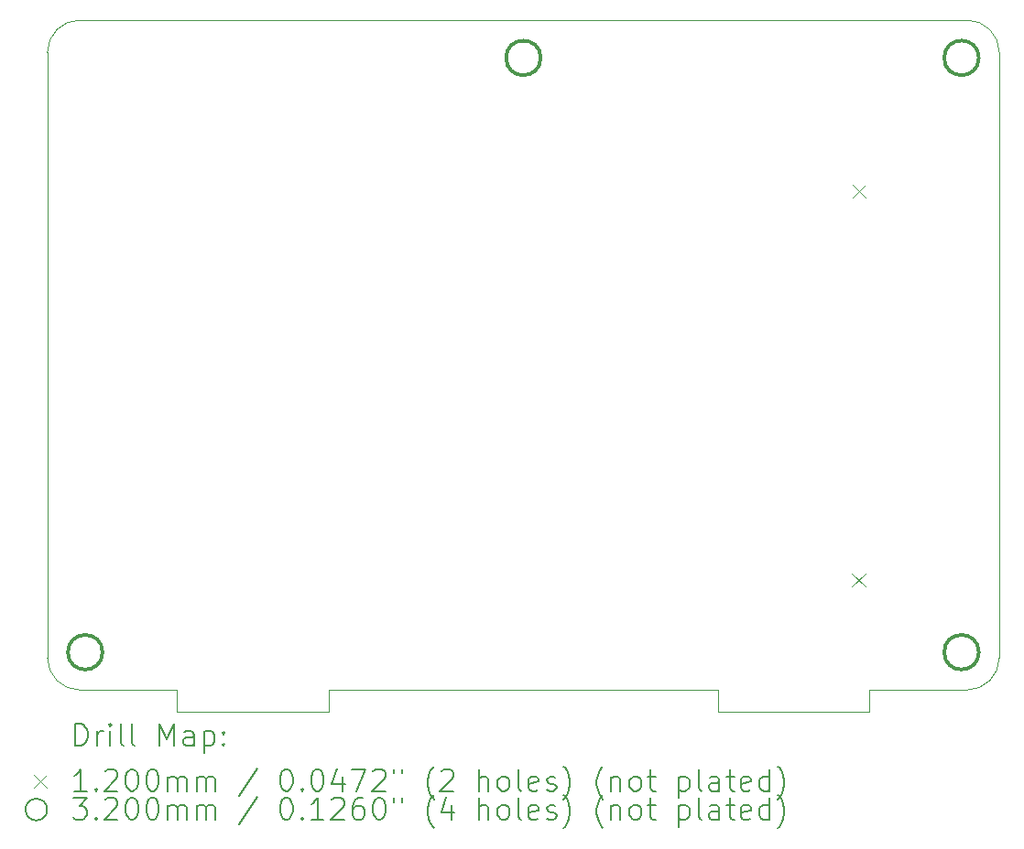
<source format=gbr>
%TF.GenerationSoftware,KiCad,Pcbnew,8.0.4*%
%TF.CreationDate,2024-09-15T13:23:29+10:00*%
%TF.ProjectId,SBR2.1,53425232-2e31-42e6-9b69-6361645f7063,rev?*%
%TF.SameCoordinates,Original*%
%TF.FileFunction,Drillmap*%
%TF.FilePolarity,Positive*%
%FSLAX45Y45*%
G04 Gerber Fmt 4.5, Leading zero omitted, Abs format (unit mm)*
G04 Created by KiCad (PCBNEW 8.0.4) date 2024-09-15 13:23:29*
%MOMM*%
%LPD*%
G01*
G04 APERTURE LIST*
%ADD10C,0.050000*%
%ADD11C,0.200000*%
%ADD12C,0.120000*%
%ADD13C,0.320000*%
G04 APERTURE END LIST*
D10*
X8600000Y-10000000D02*
G75*
G02*
X8300000Y-9700000I0J300000D01*
G01*
X14500000Y-10200000D02*
X15900000Y-10200000D01*
X16800000Y-3800000D02*
X8600000Y-3800000D01*
X14500000Y-10000000D02*
X14500000Y-10200000D01*
X15900000Y-10000000D02*
X16800000Y-10000000D01*
X8600000Y-10000000D02*
X9500000Y-10000000D01*
X17100000Y-9700000D02*
G75*
G02*
X16800000Y-10000000I-300000J0D01*
G01*
X9500000Y-10000000D02*
X9500000Y-10200000D01*
X9500000Y-10200000D02*
X10900000Y-10200000D01*
X17100000Y-9700000D02*
X17100000Y-4100000D01*
X16800000Y-3800000D02*
G75*
G02*
X17100000Y-4100000I0J-300000D01*
G01*
X10900000Y-10000000D02*
X14500000Y-10000000D01*
X8300000Y-4100000D02*
G75*
G02*
X8600000Y-3800000I300000J0D01*
G01*
X10900000Y-10200000D02*
X10900000Y-10000000D01*
X8300000Y-4100000D02*
X8300000Y-9700000D01*
X15900000Y-10200000D02*
X15900000Y-10000000D01*
D11*
D12*
X15740000Y-8925000D02*
X15860000Y-9045000D01*
X15860000Y-8925000D02*
X15740000Y-9045000D01*
X15742500Y-5325000D02*
X15862500Y-5445000D01*
X15862500Y-5325000D02*
X15742500Y-5445000D01*
D13*
X8810000Y-9650000D02*
G75*
G02*
X8490000Y-9650000I-160000J0D01*
G01*
X8490000Y-9650000D02*
G75*
G02*
X8810000Y-9650000I160000J0D01*
G01*
X12860000Y-4150000D02*
G75*
G02*
X12540000Y-4150000I-160000J0D01*
G01*
X12540000Y-4150000D02*
G75*
G02*
X12860000Y-4150000I160000J0D01*
G01*
X16910000Y-4150000D02*
G75*
G02*
X16590000Y-4150000I-160000J0D01*
G01*
X16590000Y-4150000D02*
G75*
G02*
X16910000Y-4150000I160000J0D01*
G01*
X16910000Y-9650000D02*
G75*
G02*
X16590000Y-9650000I-160000J0D01*
G01*
X16590000Y-9650000D02*
G75*
G02*
X16910000Y-9650000I160000J0D01*
G01*
D11*
X8558277Y-10513984D02*
X8558277Y-10313984D01*
X8558277Y-10313984D02*
X8605896Y-10313984D01*
X8605896Y-10313984D02*
X8634467Y-10323508D01*
X8634467Y-10323508D02*
X8653515Y-10342555D01*
X8653515Y-10342555D02*
X8663039Y-10361603D01*
X8663039Y-10361603D02*
X8672563Y-10399698D01*
X8672563Y-10399698D02*
X8672563Y-10428270D01*
X8672563Y-10428270D02*
X8663039Y-10466365D01*
X8663039Y-10466365D02*
X8653515Y-10485412D01*
X8653515Y-10485412D02*
X8634467Y-10504460D01*
X8634467Y-10504460D02*
X8605896Y-10513984D01*
X8605896Y-10513984D02*
X8558277Y-10513984D01*
X8758277Y-10513984D02*
X8758277Y-10380650D01*
X8758277Y-10418746D02*
X8767801Y-10399698D01*
X8767801Y-10399698D02*
X8777324Y-10390174D01*
X8777324Y-10390174D02*
X8796372Y-10380650D01*
X8796372Y-10380650D02*
X8815420Y-10380650D01*
X8882086Y-10513984D02*
X8882086Y-10380650D01*
X8882086Y-10313984D02*
X8872563Y-10323508D01*
X8872563Y-10323508D02*
X8882086Y-10333031D01*
X8882086Y-10333031D02*
X8891610Y-10323508D01*
X8891610Y-10323508D02*
X8882086Y-10313984D01*
X8882086Y-10313984D02*
X8882086Y-10333031D01*
X9005896Y-10513984D02*
X8986848Y-10504460D01*
X8986848Y-10504460D02*
X8977324Y-10485412D01*
X8977324Y-10485412D02*
X8977324Y-10313984D01*
X9110658Y-10513984D02*
X9091610Y-10504460D01*
X9091610Y-10504460D02*
X9082086Y-10485412D01*
X9082086Y-10485412D02*
X9082086Y-10313984D01*
X9339229Y-10513984D02*
X9339229Y-10313984D01*
X9339229Y-10313984D02*
X9405896Y-10456841D01*
X9405896Y-10456841D02*
X9472563Y-10313984D01*
X9472563Y-10313984D02*
X9472563Y-10513984D01*
X9653515Y-10513984D02*
X9653515Y-10409222D01*
X9653515Y-10409222D02*
X9643991Y-10390174D01*
X9643991Y-10390174D02*
X9624944Y-10380650D01*
X9624944Y-10380650D02*
X9586848Y-10380650D01*
X9586848Y-10380650D02*
X9567801Y-10390174D01*
X9653515Y-10504460D02*
X9634467Y-10513984D01*
X9634467Y-10513984D02*
X9586848Y-10513984D01*
X9586848Y-10513984D02*
X9567801Y-10504460D01*
X9567801Y-10504460D02*
X9558277Y-10485412D01*
X9558277Y-10485412D02*
X9558277Y-10466365D01*
X9558277Y-10466365D02*
X9567801Y-10447317D01*
X9567801Y-10447317D02*
X9586848Y-10437793D01*
X9586848Y-10437793D02*
X9634467Y-10437793D01*
X9634467Y-10437793D02*
X9653515Y-10428270D01*
X9748753Y-10380650D02*
X9748753Y-10580650D01*
X9748753Y-10390174D02*
X9767801Y-10380650D01*
X9767801Y-10380650D02*
X9805896Y-10380650D01*
X9805896Y-10380650D02*
X9824944Y-10390174D01*
X9824944Y-10390174D02*
X9834467Y-10399698D01*
X9834467Y-10399698D02*
X9843991Y-10418746D01*
X9843991Y-10418746D02*
X9843991Y-10475889D01*
X9843991Y-10475889D02*
X9834467Y-10494936D01*
X9834467Y-10494936D02*
X9824944Y-10504460D01*
X9824944Y-10504460D02*
X9805896Y-10513984D01*
X9805896Y-10513984D02*
X9767801Y-10513984D01*
X9767801Y-10513984D02*
X9748753Y-10504460D01*
X9929705Y-10494936D02*
X9939229Y-10504460D01*
X9939229Y-10504460D02*
X9929705Y-10513984D01*
X9929705Y-10513984D02*
X9920182Y-10504460D01*
X9920182Y-10504460D02*
X9929705Y-10494936D01*
X9929705Y-10494936D02*
X9929705Y-10513984D01*
X9929705Y-10390174D02*
X9939229Y-10399698D01*
X9939229Y-10399698D02*
X9929705Y-10409222D01*
X9929705Y-10409222D02*
X9920182Y-10399698D01*
X9920182Y-10399698D02*
X9929705Y-10390174D01*
X9929705Y-10390174D02*
X9929705Y-10409222D01*
D12*
X8177500Y-10782500D02*
X8297500Y-10902500D01*
X8297500Y-10782500D02*
X8177500Y-10902500D01*
D11*
X8663039Y-10933984D02*
X8548753Y-10933984D01*
X8605896Y-10933984D02*
X8605896Y-10733984D01*
X8605896Y-10733984D02*
X8586848Y-10762555D01*
X8586848Y-10762555D02*
X8567801Y-10781603D01*
X8567801Y-10781603D02*
X8548753Y-10791127D01*
X8748753Y-10914936D02*
X8758277Y-10924460D01*
X8758277Y-10924460D02*
X8748753Y-10933984D01*
X8748753Y-10933984D02*
X8739229Y-10924460D01*
X8739229Y-10924460D02*
X8748753Y-10914936D01*
X8748753Y-10914936D02*
X8748753Y-10933984D01*
X8834467Y-10753031D02*
X8843991Y-10743508D01*
X8843991Y-10743508D02*
X8863039Y-10733984D01*
X8863039Y-10733984D02*
X8910658Y-10733984D01*
X8910658Y-10733984D02*
X8929705Y-10743508D01*
X8929705Y-10743508D02*
X8939229Y-10753031D01*
X8939229Y-10753031D02*
X8948753Y-10772079D01*
X8948753Y-10772079D02*
X8948753Y-10791127D01*
X8948753Y-10791127D02*
X8939229Y-10819698D01*
X8939229Y-10819698D02*
X8824944Y-10933984D01*
X8824944Y-10933984D02*
X8948753Y-10933984D01*
X9072563Y-10733984D02*
X9091610Y-10733984D01*
X9091610Y-10733984D02*
X9110658Y-10743508D01*
X9110658Y-10743508D02*
X9120182Y-10753031D01*
X9120182Y-10753031D02*
X9129705Y-10772079D01*
X9129705Y-10772079D02*
X9139229Y-10810174D01*
X9139229Y-10810174D02*
X9139229Y-10857793D01*
X9139229Y-10857793D02*
X9129705Y-10895889D01*
X9129705Y-10895889D02*
X9120182Y-10914936D01*
X9120182Y-10914936D02*
X9110658Y-10924460D01*
X9110658Y-10924460D02*
X9091610Y-10933984D01*
X9091610Y-10933984D02*
X9072563Y-10933984D01*
X9072563Y-10933984D02*
X9053515Y-10924460D01*
X9053515Y-10924460D02*
X9043991Y-10914936D01*
X9043991Y-10914936D02*
X9034467Y-10895889D01*
X9034467Y-10895889D02*
X9024944Y-10857793D01*
X9024944Y-10857793D02*
X9024944Y-10810174D01*
X9024944Y-10810174D02*
X9034467Y-10772079D01*
X9034467Y-10772079D02*
X9043991Y-10753031D01*
X9043991Y-10753031D02*
X9053515Y-10743508D01*
X9053515Y-10743508D02*
X9072563Y-10733984D01*
X9263039Y-10733984D02*
X9282086Y-10733984D01*
X9282086Y-10733984D02*
X9301134Y-10743508D01*
X9301134Y-10743508D02*
X9310658Y-10753031D01*
X9310658Y-10753031D02*
X9320182Y-10772079D01*
X9320182Y-10772079D02*
X9329705Y-10810174D01*
X9329705Y-10810174D02*
X9329705Y-10857793D01*
X9329705Y-10857793D02*
X9320182Y-10895889D01*
X9320182Y-10895889D02*
X9310658Y-10914936D01*
X9310658Y-10914936D02*
X9301134Y-10924460D01*
X9301134Y-10924460D02*
X9282086Y-10933984D01*
X9282086Y-10933984D02*
X9263039Y-10933984D01*
X9263039Y-10933984D02*
X9243991Y-10924460D01*
X9243991Y-10924460D02*
X9234467Y-10914936D01*
X9234467Y-10914936D02*
X9224944Y-10895889D01*
X9224944Y-10895889D02*
X9215420Y-10857793D01*
X9215420Y-10857793D02*
X9215420Y-10810174D01*
X9215420Y-10810174D02*
X9224944Y-10772079D01*
X9224944Y-10772079D02*
X9234467Y-10753031D01*
X9234467Y-10753031D02*
X9243991Y-10743508D01*
X9243991Y-10743508D02*
X9263039Y-10733984D01*
X9415420Y-10933984D02*
X9415420Y-10800650D01*
X9415420Y-10819698D02*
X9424944Y-10810174D01*
X9424944Y-10810174D02*
X9443991Y-10800650D01*
X9443991Y-10800650D02*
X9472563Y-10800650D01*
X9472563Y-10800650D02*
X9491610Y-10810174D01*
X9491610Y-10810174D02*
X9501134Y-10829222D01*
X9501134Y-10829222D02*
X9501134Y-10933984D01*
X9501134Y-10829222D02*
X9510658Y-10810174D01*
X9510658Y-10810174D02*
X9529705Y-10800650D01*
X9529705Y-10800650D02*
X9558277Y-10800650D01*
X9558277Y-10800650D02*
X9577325Y-10810174D01*
X9577325Y-10810174D02*
X9586848Y-10829222D01*
X9586848Y-10829222D02*
X9586848Y-10933984D01*
X9682086Y-10933984D02*
X9682086Y-10800650D01*
X9682086Y-10819698D02*
X9691610Y-10810174D01*
X9691610Y-10810174D02*
X9710658Y-10800650D01*
X9710658Y-10800650D02*
X9739229Y-10800650D01*
X9739229Y-10800650D02*
X9758277Y-10810174D01*
X9758277Y-10810174D02*
X9767801Y-10829222D01*
X9767801Y-10829222D02*
X9767801Y-10933984D01*
X9767801Y-10829222D02*
X9777325Y-10810174D01*
X9777325Y-10810174D02*
X9796372Y-10800650D01*
X9796372Y-10800650D02*
X9824944Y-10800650D01*
X9824944Y-10800650D02*
X9843991Y-10810174D01*
X9843991Y-10810174D02*
X9853515Y-10829222D01*
X9853515Y-10829222D02*
X9853515Y-10933984D01*
X10243991Y-10724460D02*
X10072563Y-10981603D01*
X10501134Y-10733984D02*
X10520182Y-10733984D01*
X10520182Y-10733984D02*
X10539229Y-10743508D01*
X10539229Y-10743508D02*
X10548753Y-10753031D01*
X10548753Y-10753031D02*
X10558277Y-10772079D01*
X10558277Y-10772079D02*
X10567801Y-10810174D01*
X10567801Y-10810174D02*
X10567801Y-10857793D01*
X10567801Y-10857793D02*
X10558277Y-10895889D01*
X10558277Y-10895889D02*
X10548753Y-10914936D01*
X10548753Y-10914936D02*
X10539229Y-10924460D01*
X10539229Y-10924460D02*
X10520182Y-10933984D01*
X10520182Y-10933984D02*
X10501134Y-10933984D01*
X10501134Y-10933984D02*
X10482087Y-10924460D01*
X10482087Y-10924460D02*
X10472563Y-10914936D01*
X10472563Y-10914936D02*
X10463039Y-10895889D01*
X10463039Y-10895889D02*
X10453515Y-10857793D01*
X10453515Y-10857793D02*
X10453515Y-10810174D01*
X10453515Y-10810174D02*
X10463039Y-10772079D01*
X10463039Y-10772079D02*
X10472563Y-10753031D01*
X10472563Y-10753031D02*
X10482087Y-10743508D01*
X10482087Y-10743508D02*
X10501134Y-10733984D01*
X10653515Y-10914936D02*
X10663039Y-10924460D01*
X10663039Y-10924460D02*
X10653515Y-10933984D01*
X10653515Y-10933984D02*
X10643991Y-10924460D01*
X10643991Y-10924460D02*
X10653515Y-10914936D01*
X10653515Y-10914936D02*
X10653515Y-10933984D01*
X10786848Y-10733984D02*
X10805896Y-10733984D01*
X10805896Y-10733984D02*
X10824944Y-10743508D01*
X10824944Y-10743508D02*
X10834468Y-10753031D01*
X10834468Y-10753031D02*
X10843991Y-10772079D01*
X10843991Y-10772079D02*
X10853515Y-10810174D01*
X10853515Y-10810174D02*
X10853515Y-10857793D01*
X10853515Y-10857793D02*
X10843991Y-10895889D01*
X10843991Y-10895889D02*
X10834468Y-10914936D01*
X10834468Y-10914936D02*
X10824944Y-10924460D01*
X10824944Y-10924460D02*
X10805896Y-10933984D01*
X10805896Y-10933984D02*
X10786848Y-10933984D01*
X10786848Y-10933984D02*
X10767801Y-10924460D01*
X10767801Y-10924460D02*
X10758277Y-10914936D01*
X10758277Y-10914936D02*
X10748753Y-10895889D01*
X10748753Y-10895889D02*
X10739229Y-10857793D01*
X10739229Y-10857793D02*
X10739229Y-10810174D01*
X10739229Y-10810174D02*
X10748753Y-10772079D01*
X10748753Y-10772079D02*
X10758277Y-10753031D01*
X10758277Y-10753031D02*
X10767801Y-10743508D01*
X10767801Y-10743508D02*
X10786848Y-10733984D01*
X11024944Y-10800650D02*
X11024944Y-10933984D01*
X10977325Y-10724460D02*
X10929706Y-10867317D01*
X10929706Y-10867317D02*
X11053515Y-10867317D01*
X11110658Y-10733984D02*
X11243991Y-10733984D01*
X11243991Y-10733984D02*
X11158277Y-10933984D01*
X11310658Y-10753031D02*
X11320182Y-10743508D01*
X11320182Y-10743508D02*
X11339229Y-10733984D01*
X11339229Y-10733984D02*
X11386848Y-10733984D01*
X11386848Y-10733984D02*
X11405896Y-10743508D01*
X11405896Y-10743508D02*
X11415420Y-10753031D01*
X11415420Y-10753031D02*
X11424944Y-10772079D01*
X11424944Y-10772079D02*
X11424944Y-10791127D01*
X11424944Y-10791127D02*
X11415420Y-10819698D01*
X11415420Y-10819698D02*
X11301134Y-10933984D01*
X11301134Y-10933984D02*
X11424944Y-10933984D01*
X11501134Y-10733984D02*
X11501134Y-10772079D01*
X11577325Y-10733984D02*
X11577325Y-10772079D01*
X11872563Y-11010174D02*
X11863039Y-11000650D01*
X11863039Y-11000650D02*
X11843991Y-10972079D01*
X11843991Y-10972079D02*
X11834468Y-10953031D01*
X11834468Y-10953031D02*
X11824944Y-10924460D01*
X11824944Y-10924460D02*
X11815420Y-10876841D01*
X11815420Y-10876841D02*
X11815420Y-10838746D01*
X11815420Y-10838746D02*
X11824944Y-10791127D01*
X11824944Y-10791127D02*
X11834468Y-10762555D01*
X11834468Y-10762555D02*
X11843991Y-10743508D01*
X11843991Y-10743508D02*
X11863039Y-10714936D01*
X11863039Y-10714936D02*
X11872563Y-10705412D01*
X11939229Y-10753031D02*
X11948753Y-10743508D01*
X11948753Y-10743508D02*
X11967801Y-10733984D01*
X11967801Y-10733984D02*
X12015420Y-10733984D01*
X12015420Y-10733984D02*
X12034468Y-10743508D01*
X12034468Y-10743508D02*
X12043991Y-10753031D01*
X12043991Y-10753031D02*
X12053515Y-10772079D01*
X12053515Y-10772079D02*
X12053515Y-10791127D01*
X12053515Y-10791127D02*
X12043991Y-10819698D01*
X12043991Y-10819698D02*
X11929706Y-10933984D01*
X11929706Y-10933984D02*
X12053515Y-10933984D01*
X12291610Y-10933984D02*
X12291610Y-10733984D01*
X12377325Y-10933984D02*
X12377325Y-10829222D01*
X12377325Y-10829222D02*
X12367801Y-10810174D01*
X12367801Y-10810174D02*
X12348753Y-10800650D01*
X12348753Y-10800650D02*
X12320182Y-10800650D01*
X12320182Y-10800650D02*
X12301134Y-10810174D01*
X12301134Y-10810174D02*
X12291610Y-10819698D01*
X12501134Y-10933984D02*
X12482087Y-10924460D01*
X12482087Y-10924460D02*
X12472563Y-10914936D01*
X12472563Y-10914936D02*
X12463039Y-10895889D01*
X12463039Y-10895889D02*
X12463039Y-10838746D01*
X12463039Y-10838746D02*
X12472563Y-10819698D01*
X12472563Y-10819698D02*
X12482087Y-10810174D01*
X12482087Y-10810174D02*
X12501134Y-10800650D01*
X12501134Y-10800650D02*
X12529706Y-10800650D01*
X12529706Y-10800650D02*
X12548753Y-10810174D01*
X12548753Y-10810174D02*
X12558277Y-10819698D01*
X12558277Y-10819698D02*
X12567801Y-10838746D01*
X12567801Y-10838746D02*
X12567801Y-10895889D01*
X12567801Y-10895889D02*
X12558277Y-10914936D01*
X12558277Y-10914936D02*
X12548753Y-10924460D01*
X12548753Y-10924460D02*
X12529706Y-10933984D01*
X12529706Y-10933984D02*
X12501134Y-10933984D01*
X12682087Y-10933984D02*
X12663039Y-10924460D01*
X12663039Y-10924460D02*
X12653515Y-10905412D01*
X12653515Y-10905412D02*
X12653515Y-10733984D01*
X12834468Y-10924460D02*
X12815420Y-10933984D01*
X12815420Y-10933984D02*
X12777325Y-10933984D01*
X12777325Y-10933984D02*
X12758277Y-10924460D01*
X12758277Y-10924460D02*
X12748753Y-10905412D01*
X12748753Y-10905412D02*
X12748753Y-10829222D01*
X12748753Y-10829222D02*
X12758277Y-10810174D01*
X12758277Y-10810174D02*
X12777325Y-10800650D01*
X12777325Y-10800650D02*
X12815420Y-10800650D01*
X12815420Y-10800650D02*
X12834468Y-10810174D01*
X12834468Y-10810174D02*
X12843991Y-10829222D01*
X12843991Y-10829222D02*
X12843991Y-10848270D01*
X12843991Y-10848270D02*
X12748753Y-10867317D01*
X12920182Y-10924460D02*
X12939230Y-10933984D01*
X12939230Y-10933984D02*
X12977325Y-10933984D01*
X12977325Y-10933984D02*
X12996372Y-10924460D01*
X12996372Y-10924460D02*
X13005896Y-10905412D01*
X13005896Y-10905412D02*
X13005896Y-10895889D01*
X13005896Y-10895889D02*
X12996372Y-10876841D01*
X12996372Y-10876841D02*
X12977325Y-10867317D01*
X12977325Y-10867317D02*
X12948753Y-10867317D01*
X12948753Y-10867317D02*
X12929706Y-10857793D01*
X12929706Y-10857793D02*
X12920182Y-10838746D01*
X12920182Y-10838746D02*
X12920182Y-10829222D01*
X12920182Y-10829222D02*
X12929706Y-10810174D01*
X12929706Y-10810174D02*
X12948753Y-10800650D01*
X12948753Y-10800650D02*
X12977325Y-10800650D01*
X12977325Y-10800650D02*
X12996372Y-10810174D01*
X13072563Y-11010174D02*
X13082087Y-11000650D01*
X13082087Y-11000650D02*
X13101134Y-10972079D01*
X13101134Y-10972079D02*
X13110658Y-10953031D01*
X13110658Y-10953031D02*
X13120182Y-10924460D01*
X13120182Y-10924460D02*
X13129706Y-10876841D01*
X13129706Y-10876841D02*
X13129706Y-10838746D01*
X13129706Y-10838746D02*
X13120182Y-10791127D01*
X13120182Y-10791127D02*
X13110658Y-10762555D01*
X13110658Y-10762555D02*
X13101134Y-10743508D01*
X13101134Y-10743508D02*
X13082087Y-10714936D01*
X13082087Y-10714936D02*
X13072563Y-10705412D01*
X13434468Y-11010174D02*
X13424944Y-11000650D01*
X13424944Y-11000650D02*
X13405896Y-10972079D01*
X13405896Y-10972079D02*
X13396372Y-10953031D01*
X13396372Y-10953031D02*
X13386849Y-10924460D01*
X13386849Y-10924460D02*
X13377325Y-10876841D01*
X13377325Y-10876841D02*
X13377325Y-10838746D01*
X13377325Y-10838746D02*
X13386849Y-10791127D01*
X13386849Y-10791127D02*
X13396372Y-10762555D01*
X13396372Y-10762555D02*
X13405896Y-10743508D01*
X13405896Y-10743508D02*
X13424944Y-10714936D01*
X13424944Y-10714936D02*
X13434468Y-10705412D01*
X13510658Y-10800650D02*
X13510658Y-10933984D01*
X13510658Y-10819698D02*
X13520182Y-10810174D01*
X13520182Y-10810174D02*
X13539230Y-10800650D01*
X13539230Y-10800650D02*
X13567801Y-10800650D01*
X13567801Y-10800650D02*
X13586849Y-10810174D01*
X13586849Y-10810174D02*
X13596372Y-10829222D01*
X13596372Y-10829222D02*
X13596372Y-10933984D01*
X13720182Y-10933984D02*
X13701134Y-10924460D01*
X13701134Y-10924460D02*
X13691611Y-10914936D01*
X13691611Y-10914936D02*
X13682087Y-10895889D01*
X13682087Y-10895889D02*
X13682087Y-10838746D01*
X13682087Y-10838746D02*
X13691611Y-10819698D01*
X13691611Y-10819698D02*
X13701134Y-10810174D01*
X13701134Y-10810174D02*
X13720182Y-10800650D01*
X13720182Y-10800650D02*
X13748753Y-10800650D01*
X13748753Y-10800650D02*
X13767801Y-10810174D01*
X13767801Y-10810174D02*
X13777325Y-10819698D01*
X13777325Y-10819698D02*
X13786849Y-10838746D01*
X13786849Y-10838746D02*
X13786849Y-10895889D01*
X13786849Y-10895889D02*
X13777325Y-10914936D01*
X13777325Y-10914936D02*
X13767801Y-10924460D01*
X13767801Y-10924460D02*
X13748753Y-10933984D01*
X13748753Y-10933984D02*
X13720182Y-10933984D01*
X13843992Y-10800650D02*
X13920182Y-10800650D01*
X13872563Y-10733984D02*
X13872563Y-10905412D01*
X13872563Y-10905412D02*
X13882087Y-10924460D01*
X13882087Y-10924460D02*
X13901134Y-10933984D01*
X13901134Y-10933984D02*
X13920182Y-10933984D01*
X14139230Y-10800650D02*
X14139230Y-11000650D01*
X14139230Y-10810174D02*
X14158277Y-10800650D01*
X14158277Y-10800650D02*
X14196373Y-10800650D01*
X14196373Y-10800650D02*
X14215420Y-10810174D01*
X14215420Y-10810174D02*
X14224944Y-10819698D01*
X14224944Y-10819698D02*
X14234468Y-10838746D01*
X14234468Y-10838746D02*
X14234468Y-10895889D01*
X14234468Y-10895889D02*
X14224944Y-10914936D01*
X14224944Y-10914936D02*
X14215420Y-10924460D01*
X14215420Y-10924460D02*
X14196373Y-10933984D01*
X14196373Y-10933984D02*
X14158277Y-10933984D01*
X14158277Y-10933984D02*
X14139230Y-10924460D01*
X14348753Y-10933984D02*
X14329706Y-10924460D01*
X14329706Y-10924460D02*
X14320182Y-10905412D01*
X14320182Y-10905412D02*
X14320182Y-10733984D01*
X14510658Y-10933984D02*
X14510658Y-10829222D01*
X14510658Y-10829222D02*
X14501134Y-10810174D01*
X14501134Y-10810174D02*
X14482087Y-10800650D01*
X14482087Y-10800650D02*
X14443992Y-10800650D01*
X14443992Y-10800650D02*
X14424944Y-10810174D01*
X14510658Y-10924460D02*
X14491611Y-10933984D01*
X14491611Y-10933984D02*
X14443992Y-10933984D01*
X14443992Y-10933984D02*
X14424944Y-10924460D01*
X14424944Y-10924460D02*
X14415420Y-10905412D01*
X14415420Y-10905412D02*
X14415420Y-10886365D01*
X14415420Y-10886365D02*
X14424944Y-10867317D01*
X14424944Y-10867317D02*
X14443992Y-10857793D01*
X14443992Y-10857793D02*
X14491611Y-10857793D01*
X14491611Y-10857793D02*
X14510658Y-10848270D01*
X14577325Y-10800650D02*
X14653515Y-10800650D01*
X14605896Y-10733984D02*
X14605896Y-10905412D01*
X14605896Y-10905412D02*
X14615420Y-10924460D01*
X14615420Y-10924460D02*
X14634468Y-10933984D01*
X14634468Y-10933984D02*
X14653515Y-10933984D01*
X14796373Y-10924460D02*
X14777325Y-10933984D01*
X14777325Y-10933984D02*
X14739230Y-10933984D01*
X14739230Y-10933984D02*
X14720182Y-10924460D01*
X14720182Y-10924460D02*
X14710658Y-10905412D01*
X14710658Y-10905412D02*
X14710658Y-10829222D01*
X14710658Y-10829222D02*
X14720182Y-10810174D01*
X14720182Y-10810174D02*
X14739230Y-10800650D01*
X14739230Y-10800650D02*
X14777325Y-10800650D01*
X14777325Y-10800650D02*
X14796373Y-10810174D01*
X14796373Y-10810174D02*
X14805896Y-10829222D01*
X14805896Y-10829222D02*
X14805896Y-10848270D01*
X14805896Y-10848270D02*
X14710658Y-10867317D01*
X14977325Y-10933984D02*
X14977325Y-10733984D01*
X14977325Y-10924460D02*
X14958277Y-10933984D01*
X14958277Y-10933984D02*
X14920182Y-10933984D01*
X14920182Y-10933984D02*
X14901134Y-10924460D01*
X14901134Y-10924460D02*
X14891611Y-10914936D01*
X14891611Y-10914936D02*
X14882087Y-10895889D01*
X14882087Y-10895889D02*
X14882087Y-10838746D01*
X14882087Y-10838746D02*
X14891611Y-10819698D01*
X14891611Y-10819698D02*
X14901134Y-10810174D01*
X14901134Y-10810174D02*
X14920182Y-10800650D01*
X14920182Y-10800650D02*
X14958277Y-10800650D01*
X14958277Y-10800650D02*
X14977325Y-10810174D01*
X15053515Y-11010174D02*
X15063039Y-11000650D01*
X15063039Y-11000650D02*
X15082087Y-10972079D01*
X15082087Y-10972079D02*
X15091611Y-10953031D01*
X15091611Y-10953031D02*
X15101134Y-10924460D01*
X15101134Y-10924460D02*
X15110658Y-10876841D01*
X15110658Y-10876841D02*
X15110658Y-10838746D01*
X15110658Y-10838746D02*
X15101134Y-10791127D01*
X15101134Y-10791127D02*
X15091611Y-10762555D01*
X15091611Y-10762555D02*
X15082087Y-10743508D01*
X15082087Y-10743508D02*
X15063039Y-10714936D01*
X15063039Y-10714936D02*
X15053515Y-10705412D01*
X8297500Y-11106500D02*
G75*
G02*
X8097500Y-11106500I-100000J0D01*
G01*
X8097500Y-11106500D02*
G75*
G02*
X8297500Y-11106500I100000J0D01*
G01*
X8539229Y-10997984D02*
X8663039Y-10997984D01*
X8663039Y-10997984D02*
X8596372Y-11074174D01*
X8596372Y-11074174D02*
X8624944Y-11074174D01*
X8624944Y-11074174D02*
X8643991Y-11083698D01*
X8643991Y-11083698D02*
X8653515Y-11093222D01*
X8653515Y-11093222D02*
X8663039Y-11112270D01*
X8663039Y-11112270D02*
X8663039Y-11159889D01*
X8663039Y-11159889D02*
X8653515Y-11178936D01*
X8653515Y-11178936D02*
X8643991Y-11188460D01*
X8643991Y-11188460D02*
X8624944Y-11197984D01*
X8624944Y-11197984D02*
X8567801Y-11197984D01*
X8567801Y-11197984D02*
X8548753Y-11188460D01*
X8548753Y-11188460D02*
X8539229Y-11178936D01*
X8748753Y-11178936D02*
X8758277Y-11188460D01*
X8758277Y-11188460D02*
X8748753Y-11197984D01*
X8748753Y-11197984D02*
X8739229Y-11188460D01*
X8739229Y-11188460D02*
X8748753Y-11178936D01*
X8748753Y-11178936D02*
X8748753Y-11197984D01*
X8834467Y-11017031D02*
X8843991Y-11007508D01*
X8843991Y-11007508D02*
X8863039Y-10997984D01*
X8863039Y-10997984D02*
X8910658Y-10997984D01*
X8910658Y-10997984D02*
X8929705Y-11007508D01*
X8929705Y-11007508D02*
X8939229Y-11017031D01*
X8939229Y-11017031D02*
X8948753Y-11036079D01*
X8948753Y-11036079D02*
X8948753Y-11055127D01*
X8948753Y-11055127D02*
X8939229Y-11083698D01*
X8939229Y-11083698D02*
X8824944Y-11197984D01*
X8824944Y-11197984D02*
X8948753Y-11197984D01*
X9072563Y-10997984D02*
X9091610Y-10997984D01*
X9091610Y-10997984D02*
X9110658Y-11007508D01*
X9110658Y-11007508D02*
X9120182Y-11017031D01*
X9120182Y-11017031D02*
X9129705Y-11036079D01*
X9129705Y-11036079D02*
X9139229Y-11074174D01*
X9139229Y-11074174D02*
X9139229Y-11121793D01*
X9139229Y-11121793D02*
X9129705Y-11159889D01*
X9129705Y-11159889D02*
X9120182Y-11178936D01*
X9120182Y-11178936D02*
X9110658Y-11188460D01*
X9110658Y-11188460D02*
X9091610Y-11197984D01*
X9091610Y-11197984D02*
X9072563Y-11197984D01*
X9072563Y-11197984D02*
X9053515Y-11188460D01*
X9053515Y-11188460D02*
X9043991Y-11178936D01*
X9043991Y-11178936D02*
X9034467Y-11159889D01*
X9034467Y-11159889D02*
X9024944Y-11121793D01*
X9024944Y-11121793D02*
X9024944Y-11074174D01*
X9024944Y-11074174D02*
X9034467Y-11036079D01*
X9034467Y-11036079D02*
X9043991Y-11017031D01*
X9043991Y-11017031D02*
X9053515Y-11007508D01*
X9053515Y-11007508D02*
X9072563Y-10997984D01*
X9263039Y-10997984D02*
X9282086Y-10997984D01*
X9282086Y-10997984D02*
X9301134Y-11007508D01*
X9301134Y-11007508D02*
X9310658Y-11017031D01*
X9310658Y-11017031D02*
X9320182Y-11036079D01*
X9320182Y-11036079D02*
X9329705Y-11074174D01*
X9329705Y-11074174D02*
X9329705Y-11121793D01*
X9329705Y-11121793D02*
X9320182Y-11159889D01*
X9320182Y-11159889D02*
X9310658Y-11178936D01*
X9310658Y-11178936D02*
X9301134Y-11188460D01*
X9301134Y-11188460D02*
X9282086Y-11197984D01*
X9282086Y-11197984D02*
X9263039Y-11197984D01*
X9263039Y-11197984D02*
X9243991Y-11188460D01*
X9243991Y-11188460D02*
X9234467Y-11178936D01*
X9234467Y-11178936D02*
X9224944Y-11159889D01*
X9224944Y-11159889D02*
X9215420Y-11121793D01*
X9215420Y-11121793D02*
X9215420Y-11074174D01*
X9215420Y-11074174D02*
X9224944Y-11036079D01*
X9224944Y-11036079D02*
X9234467Y-11017031D01*
X9234467Y-11017031D02*
X9243991Y-11007508D01*
X9243991Y-11007508D02*
X9263039Y-10997984D01*
X9415420Y-11197984D02*
X9415420Y-11064650D01*
X9415420Y-11083698D02*
X9424944Y-11074174D01*
X9424944Y-11074174D02*
X9443991Y-11064650D01*
X9443991Y-11064650D02*
X9472563Y-11064650D01*
X9472563Y-11064650D02*
X9491610Y-11074174D01*
X9491610Y-11074174D02*
X9501134Y-11093222D01*
X9501134Y-11093222D02*
X9501134Y-11197984D01*
X9501134Y-11093222D02*
X9510658Y-11074174D01*
X9510658Y-11074174D02*
X9529705Y-11064650D01*
X9529705Y-11064650D02*
X9558277Y-11064650D01*
X9558277Y-11064650D02*
X9577325Y-11074174D01*
X9577325Y-11074174D02*
X9586848Y-11093222D01*
X9586848Y-11093222D02*
X9586848Y-11197984D01*
X9682086Y-11197984D02*
X9682086Y-11064650D01*
X9682086Y-11083698D02*
X9691610Y-11074174D01*
X9691610Y-11074174D02*
X9710658Y-11064650D01*
X9710658Y-11064650D02*
X9739229Y-11064650D01*
X9739229Y-11064650D02*
X9758277Y-11074174D01*
X9758277Y-11074174D02*
X9767801Y-11093222D01*
X9767801Y-11093222D02*
X9767801Y-11197984D01*
X9767801Y-11093222D02*
X9777325Y-11074174D01*
X9777325Y-11074174D02*
X9796372Y-11064650D01*
X9796372Y-11064650D02*
X9824944Y-11064650D01*
X9824944Y-11064650D02*
X9843991Y-11074174D01*
X9843991Y-11074174D02*
X9853515Y-11093222D01*
X9853515Y-11093222D02*
X9853515Y-11197984D01*
X10243991Y-10988460D02*
X10072563Y-11245603D01*
X10501134Y-10997984D02*
X10520182Y-10997984D01*
X10520182Y-10997984D02*
X10539229Y-11007508D01*
X10539229Y-11007508D02*
X10548753Y-11017031D01*
X10548753Y-11017031D02*
X10558277Y-11036079D01*
X10558277Y-11036079D02*
X10567801Y-11074174D01*
X10567801Y-11074174D02*
X10567801Y-11121793D01*
X10567801Y-11121793D02*
X10558277Y-11159889D01*
X10558277Y-11159889D02*
X10548753Y-11178936D01*
X10548753Y-11178936D02*
X10539229Y-11188460D01*
X10539229Y-11188460D02*
X10520182Y-11197984D01*
X10520182Y-11197984D02*
X10501134Y-11197984D01*
X10501134Y-11197984D02*
X10482087Y-11188460D01*
X10482087Y-11188460D02*
X10472563Y-11178936D01*
X10472563Y-11178936D02*
X10463039Y-11159889D01*
X10463039Y-11159889D02*
X10453515Y-11121793D01*
X10453515Y-11121793D02*
X10453515Y-11074174D01*
X10453515Y-11074174D02*
X10463039Y-11036079D01*
X10463039Y-11036079D02*
X10472563Y-11017031D01*
X10472563Y-11017031D02*
X10482087Y-11007508D01*
X10482087Y-11007508D02*
X10501134Y-10997984D01*
X10653515Y-11178936D02*
X10663039Y-11188460D01*
X10663039Y-11188460D02*
X10653515Y-11197984D01*
X10653515Y-11197984D02*
X10643991Y-11188460D01*
X10643991Y-11188460D02*
X10653515Y-11178936D01*
X10653515Y-11178936D02*
X10653515Y-11197984D01*
X10853515Y-11197984D02*
X10739229Y-11197984D01*
X10796372Y-11197984D02*
X10796372Y-10997984D01*
X10796372Y-10997984D02*
X10777325Y-11026555D01*
X10777325Y-11026555D02*
X10758277Y-11045603D01*
X10758277Y-11045603D02*
X10739229Y-11055127D01*
X10929706Y-11017031D02*
X10939229Y-11007508D01*
X10939229Y-11007508D02*
X10958277Y-10997984D01*
X10958277Y-10997984D02*
X11005896Y-10997984D01*
X11005896Y-10997984D02*
X11024944Y-11007508D01*
X11024944Y-11007508D02*
X11034468Y-11017031D01*
X11034468Y-11017031D02*
X11043991Y-11036079D01*
X11043991Y-11036079D02*
X11043991Y-11055127D01*
X11043991Y-11055127D02*
X11034468Y-11083698D01*
X11034468Y-11083698D02*
X10920182Y-11197984D01*
X10920182Y-11197984D02*
X11043991Y-11197984D01*
X11215420Y-10997984D02*
X11177325Y-10997984D01*
X11177325Y-10997984D02*
X11158277Y-11007508D01*
X11158277Y-11007508D02*
X11148753Y-11017031D01*
X11148753Y-11017031D02*
X11129706Y-11045603D01*
X11129706Y-11045603D02*
X11120182Y-11083698D01*
X11120182Y-11083698D02*
X11120182Y-11159889D01*
X11120182Y-11159889D02*
X11129706Y-11178936D01*
X11129706Y-11178936D02*
X11139229Y-11188460D01*
X11139229Y-11188460D02*
X11158277Y-11197984D01*
X11158277Y-11197984D02*
X11196372Y-11197984D01*
X11196372Y-11197984D02*
X11215420Y-11188460D01*
X11215420Y-11188460D02*
X11224944Y-11178936D01*
X11224944Y-11178936D02*
X11234467Y-11159889D01*
X11234467Y-11159889D02*
X11234467Y-11112270D01*
X11234467Y-11112270D02*
X11224944Y-11093222D01*
X11224944Y-11093222D02*
X11215420Y-11083698D01*
X11215420Y-11083698D02*
X11196372Y-11074174D01*
X11196372Y-11074174D02*
X11158277Y-11074174D01*
X11158277Y-11074174D02*
X11139229Y-11083698D01*
X11139229Y-11083698D02*
X11129706Y-11093222D01*
X11129706Y-11093222D02*
X11120182Y-11112270D01*
X11358277Y-10997984D02*
X11377325Y-10997984D01*
X11377325Y-10997984D02*
X11396372Y-11007508D01*
X11396372Y-11007508D02*
X11405896Y-11017031D01*
X11405896Y-11017031D02*
X11415420Y-11036079D01*
X11415420Y-11036079D02*
X11424944Y-11074174D01*
X11424944Y-11074174D02*
X11424944Y-11121793D01*
X11424944Y-11121793D02*
X11415420Y-11159889D01*
X11415420Y-11159889D02*
X11405896Y-11178936D01*
X11405896Y-11178936D02*
X11396372Y-11188460D01*
X11396372Y-11188460D02*
X11377325Y-11197984D01*
X11377325Y-11197984D02*
X11358277Y-11197984D01*
X11358277Y-11197984D02*
X11339229Y-11188460D01*
X11339229Y-11188460D02*
X11329706Y-11178936D01*
X11329706Y-11178936D02*
X11320182Y-11159889D01*
X11320182Y-11159889D02*
X11310658Y-11121793D01*
X11310658Y-11121793D02*
X11310658Y-11074174D01*
X11310658Y-11074174D02*
X11320182Y-11036079D01*
X11320182Y-11036079D02*
X11329706Y-11017031D01*
X11329706Y-11017031D02*
X11339229Y-11007508D01*
X11339229Y-11007508D02*
X11358277Y-10997984D01*
X11501134Y-10997984D02*
X11501134Y-11036079D01*
X11577325Y-10997984D02*
X11577325Y-11036079D01*
X11872563Y-11274174D02*
X11863039Y-11264650D01*
X11863039Y-11264650D02*
X11843991Y-11236079D01*
X11843991Y-11236079D02*
X11834468Y-11217031D01*
X11834468Y-11217031D02*
X11824944Y-11188460D01*
X11824944Y-11188460D02*
X11815420Y-11140841D01*
X11815420Y-11140841D02*
X11815420Y-11102746D01*
X11815420Y-11102746D02*
X11824944Y-11055127D01*
X11824944Y-11055127D02*
X11834468Y-11026555D01*
X11834468Y-11026555D02*
X11843991Y-11007508D01*
X11843991Y-11007508D02*
X11863039Y-10978936D01*
X11863039Y-10978936D02*
X11872563Y-10969412D01*
X12034468Y-11064650D02*
X12034468Y-11197984D01*
X11986848Y-10988460D02*
X11939229Y-11131317D01*
X11939229Y-11131317D02*
X12063039Y-11131317D01*
X12291610Y-11197984D02*
X12291610Y-10997984D01*
X12377325Y-11197984D02*
X12377325Y-11093222D01*
X12377325Y-11093222D02*
X12367801Y-11074174D01*
X12367801Y-11074174D02*
X12348753Y-11064650D01*
X12348753Y-11064650D02*
X12320182Y-11064650D01*
X12320182Y-11064650D02*
X12301134Y-11074174D01*
X12301134Y-11074174D02*
X12291610Y-11083698D01*
X12501134Y-11197984D02*
X12482087Y-11188460D01*
X12482087Y-11188460D02*
X12472563Y-11178936D01*
X12472563Y-11178936D02*
X12463039Y-11159889D01*
X12463039Y-11159889D02*
X12463039Y-11102746D01*
X12463039Y-11102746D02*
X12472563Y-11083698D01*
X12472563Y-11083698D02*
X12482087Y-11074174D01*
X12482087Y-11074174D02*
X12501134Y-11064650D01*
X12501134Y-11064650D02*
X12529706Y-11064650D01*
X12529706Y-11064650D02*
X12548753Y-11074174D01*
X12548753Y-11074174D02*
X12558277Y-11083698D01*
X12558277Y-11083698D02*
X12567801Y-11102746D01*
X12567801Y-11102746D02*
X12567801Y-11159889D01*
X12567801Y-11159889D02*
X12558277Y-11178936D01*
X12558277Y-11178936D02*
X12548753Y-11188460D01*
X12548753Y-11188460D02*
X12529706Y-11197984D01*
X12529706Y-11197984D02*
X12501134Y-11197984D01*
X12682087Y-11197984D02*
X12663039Y-11188460D01*
X12663039Y-11188460D02*
X12653515Y-11169412D01*
X12653515Y-11169412D02*
X12653515Y-10997984D01*
X12834468Y-11188460D02*
X12815420Y-11197984D01*
X12815420Y-11197984D02*
X12777325Y-11197984D01*
X12777325Y-11197984D02*
X12758277Y-11188460D01*
X12758277Y-11188460D02*
X12748753Y-11169412D01*
X12748753Y-11169412D02*
X12748753Y-11093222D01*
X12748753Y-11093222D02*
X12758277Y-11074174D01*
X12758277Y-11074174D02*
X12777325Y-11064650D01*
X12777325Y-11064650D02*
X12815420Y-11064650D01*
X12815420Y-11064650D02*
X12834468Y-11074174D01*
X12834468Y-11074174D02*
X12843991Y-11093222D01*
X12843991Y-11093222D02*
X12843991Y-11112270D01*
X12843991Y-11112270D02*
X12748753Y-11131317D01*
X12920182Y-11188460D02*
X12939230Y-11197984D01*
X12939230Y-11197984D02*
X12977325Y-11197984D01*
X12977325Y-11197984D02*
X12996372Y-11188460D01*
X12996372Y-11188460D02*
X13005896Y-11169412D01*
X13005896Y-11169412D02*
X13005896Y-11159889D01*
X13005896Y-11159889D02*
X12996372Y-11140841D01*
X12996372Y-11140841D02*
X12977325Y-11131317D01*
X12977325Y-11131317D02*
X12948753Y-11131317D01*
X12948753Y-11131317D02*
X12929706Y-11121793D01*
X12929706Y-11121793D02*
X12920182Y-11102746D01*
X12920182Y-11102746D02*
X12920182Y-11093222D01*
X12920182Y-11093222D02*
X12929706Y-11074174D01*
X12929706Y-11074174D02*
X12948753Y-11064650D01*
X12948753Y-11064650D02*
X12977325Y-11064650D01*
X12977325Y-11064650D02*
X12996372Y-11074174D01*
X13072563Y-11274174D02*
X13082087Y-11264650D01*
X13082087Y-11264650D02*
X13101134Y-11236079D01*
X13101134Y-11236079D02*
X13110658Y-11217031D01*
X13110658Y-11217031D02*
X13120182Y-11188460D01*
X13120182Y-11188460D02*
X13129706Y-11140841D01*
X13129706Y-11140841D02*
X13129706Y-11102746D01*
X13129706Y-11102746D02*
X13120182Y-11055127D01*
X13120182Y-11055127D02*
X13110658Y-11026555D01*
X13110658Y-11026555D02*
X13101134Y-11007508D01*
X13101134Y-11007508D02*
X13082087Y-10978936D01*
X13082087Y-10978936D02*
X13072563Y-10969412D01*
X13434468Y-11274174D02*
X13424944Y-11264650D01*
X13424944Y-11264650D02*
X13405896Y-11236079D01*
X13405896Y-11236079D02*
X13396372Y-11217031D01*
X13396372Y-11217031D02*
X13386849Y-11188460D01*
X13386849Y-11188460D02*
X13377325Y-11140841D01*
X13377325Y-11140841D02*
X13377325Y-11102746D01*
X13377325Y-11102746D02*
X13386849Y-11055127D01*
X13386849Y-11055127D02*
X13396372Y-11026555D01*
X13396372Y-11026555D02*
X13405896Y-11007508D01*
X13405896Y-11007508D02*
X13424944Y-10978936D01*
X13424944Y-10978936D02*
X13434468Y-10969412D01*
X13510658Y-11064650D02*
X13510658Y-11197984D01*
X13510658Y-11083698D02*
X13520182Y-11074174D01*
X13520182Y-11074174D02*
X13539230Y-11064650D01*
X13539230Y-11064650D02*
X13567801Y-11064650D01*
X13567801Y-11064650D02*
X13586849Y-11074174D01*
X13586849Y-11074174D02*
X13596372Y-11093222D01*
X13596372Y-11093222D02*
X13596372Y-11197984D01*
X13720182Y-11197984D02*
X13701134Y-11188460D01*
X13701134Y-11188460D02*
X13691611Y-11178936D01*
X13691611Y-11178936D02*
X13682087Y-11159889D01*
X13682087Y-11159889D02*
X13682087Y-11102746D01*
X13682087Y-11102746D02*
X13691611Y-11083698D01*
X13691611Y-11083698D02*
X13701134Y-11074174D01*
X13701134Y-11074174D02*
X13720182Y-11064650D01*
X13720182Y-11064650D02*
X13748753Y-11064650D01*
X13748753Y-11064650D02*
X13767801Y-11074174D01*
X13767801Y-11074174D02*
X13777325Y-11083698D01*
X13777325Y-11083698D02*
X13786849Y-11102746D01*
X13786849Y-11102746D02*
X13786849Y-11159889D01*
X13786849Y-11159889D02*
X13777325Y-11178936D01*
X13777325Y-11178936D02*
X13767801Y-11188460D01*
X13767801Y-11188460D02*
X13748753Y-11197984D01*
X13748753Y-11197984D02*
X13720182Y-11197984D01*
X13843992Y-11064650D02*
X13920182Y-11064650D01*
X13872563Y-10997984D02*
X13872563Y-11169412D01*
X13872563Y-11169412D02*
X13882087Y-11188460D01*
X13882087Y-11188460D02*
X13901134Y-11197984D01*
X13901134Y-11197984D02*
X13920182Y-11197984D01*
X14139230Y-11064650D02*
X14139230Y-11264650D01*
X14139230Y-11074174D02*
X14158277Y-11064650D01*
X14158277Y-11064650D02*
X14196373Y-11064650D01*
X14196373Y-11064650D02*
X14215420Y-11074174D01*
X14215420Y-11074174D02*
X14224944Y-11083698D01*
X14224944Y-11083698D02*
X14234468Y-11102746D01*
X14234468Y-11102746D02*
X14234468Y-11159889D01*
X14234468Y-11159889D02*
X14224944Y-11178936D01*
X14224944Y-11178936D02*
X14215420Y-11188460D01*
X14215420Y-11188460D02*
X14196373Y-11197984D01*
X14196373Y-11197984D02*
X14158277Y-11197984D01*
X14158277Y-11197984D02*
X14139230Y-11188460D01*
X14348753Y-11197984D02*
X14329706Y-11188460D01*
X14329706Y-11188460D02*
X14320182Y-11169412D01*
X14320182Y-11169412D02*
X14320182Y-10997984D01*
X14510658Y-11197984D02*
X14510658Y-11093222D01*
X14510658Y-11093222D02*
X14501134Y-11074174D01*
X14501134Y-11074174D02*
X14482087Y-11064650D01*
X14482087Y-11064650D02*
X14443992Y-11064650D01*
X14443992Y-11064650D02*
X14424944Y-11074174D01*
X14510658Y-11188460D02*
X14491611Y-11197984D01*
X14491611Y-11197984D02*
X14443992Y-11197984D01*
X14443992Y-11197984D02*
X14424944Y-11188460D01*
X14424944Y-11188460D02*
X14415420Y-11169412D01*
X14415420Y-11169412D02*
X14415420Y-11150365D01*
X14415420Y-11150365D02*
X14424944Y-11131317D01*
X14424944Y-11131317D02*
X14443992Y-11121793D01*
X14443992Y-11121793D02*
X14491611Y-11121793D01*
X14491611Y-11121793D02*
X14510658Y-11112270D01*
X14577325Y-11064650D02*
X14653515Y-11064650D01*
X14605896Y-10997984D02*
X14605896Y-11169412D01*
X14605896Y-11169412D02*
X14615420Y-11188460D01*
X14615420Y-11188460D02*
X14634468Y-11197984D01*
X14634468Y-11197984D02*
X14653515Y-11197984D01*
X14796373Y-11188460D02*
X14777325Y-11197984D01*
X14777325Y-11197984D02*
X14739230Y-11197984D01*
X14739230Y-11197984D02*
X14720182Y-11188460D01*
X14720182Y-11188460D02*
X14710658Y-11169412D01*
X14710658Y-11169412D02*
X14710658Y-11093222D01*
X14710658Y-11093222D02*
X14720182Y-11074174D01*
X14720182Y-11074174D02*
X14739230Y-11064650D01*
X14739230Y-11064650D02*
X14777325Y-11064650D01*
X14777325Y-11064650D02*
X14796373Y-11074174D01*
X14796373Y-11074174D02*
X14805896Y-11093222D01*
X14805896Y-11093222D02*
X14805896Y-11112270D01*
X14805896Y-11112270D02*
X14710658Y-11131317D01*
X14977325Y-11197984D02*
X14977325Y-10997984D01*
X14977325Y-11188460D02*
X14958277Y-11197984D01*
X14958277Y-11197984D02*
X14920182Y-11197984D01*
X14920182Y-11197984D02*
X14901134Y-11188460D01*
X14901134Y-11188460D02*
X14891611Y-11178936D01*
X14891611Y-11178936D02*
X14882087Y-11159889D01*
X14882087Y-11159889D02*
X14882087Y-11102746D01*
X14882087Y-11102746D02*
X14891611Y-11083698D01*
X14891611Y-11083698D02*
X14901134Y-11074174D01*
X14901134Y-11074174D02*
X14920182Y-11064650D01*
X14920182Y-11064650D02*
X14958277Y-11064650D01*
X14958277Y-11064650D02*
X14977325Y-11074174D01*
X15053515Y-11274174D02*
X15063039Y-11264650D01*
X15063039Y-11264650D02*
X15082087Y-11236079D01*
X15082087Y-11236079D02*
X15091611Y-11217031D01*
X15091611Y-11217031D02*
X15101134Y-11188460D01*
X15101134Y-11188460D02*
X15110658Y-11140841D01*
X15110658Y-11140841D02*
X15110658Y-11102746D01*
X15110658Y-11102746D02*
X15101134Y-11055127D01*
X15101134Y-11055127D02*
X15091611Y-11026555D01*
X15091611Y-11026555D02*
X15082087Y-11007508D01*
X15082087Y-11007508D02*
X15063039Y-10978936D01*
X15063039Y-10978936D02*
X15053515Y-10969412D01*
M02*

</source>
